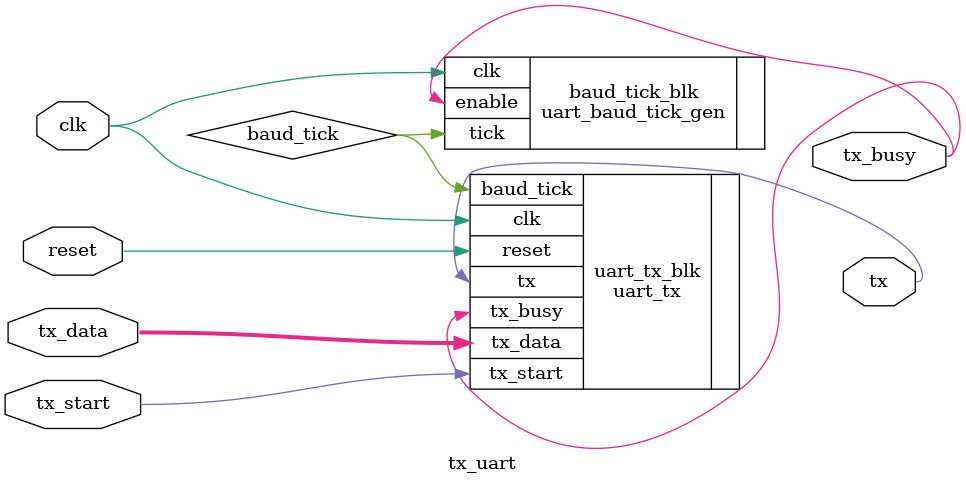
<source format=v>
`timescale 1ns / 1ps

module tx_uart
#(
	parameter CLK_FREQUENCY = 100000000,
	parameter BAUD_RATE = 115200
)(
	input clk,
	input reset,
	output tx,
	input tx_start,
	input [7:0] tx_data,
	output tx_busy
);
    wire baud_tick;
	uart_baud_tick_gen #(
		.CLK_FREQUENCY(CLK_FREQUENCY),
		.BAUD_RATE(BAUD_RATE),
		.OVERSAMPLING(1)
	) baud_tick_blk (
		.clk(clk),
		.enable(tx_busy),
		.tick(baud_tick)
	);

	uart_tx uart_tx_blk (
		.clk(clk),
		.reset(reset),
		.baud_tick(baud_tick),
		.tx(tx),
		.tx_start(tx_start),
		.tx_data(tx_data),
		.tx_busy(tx_busy)
	);

endmodule

</source>
